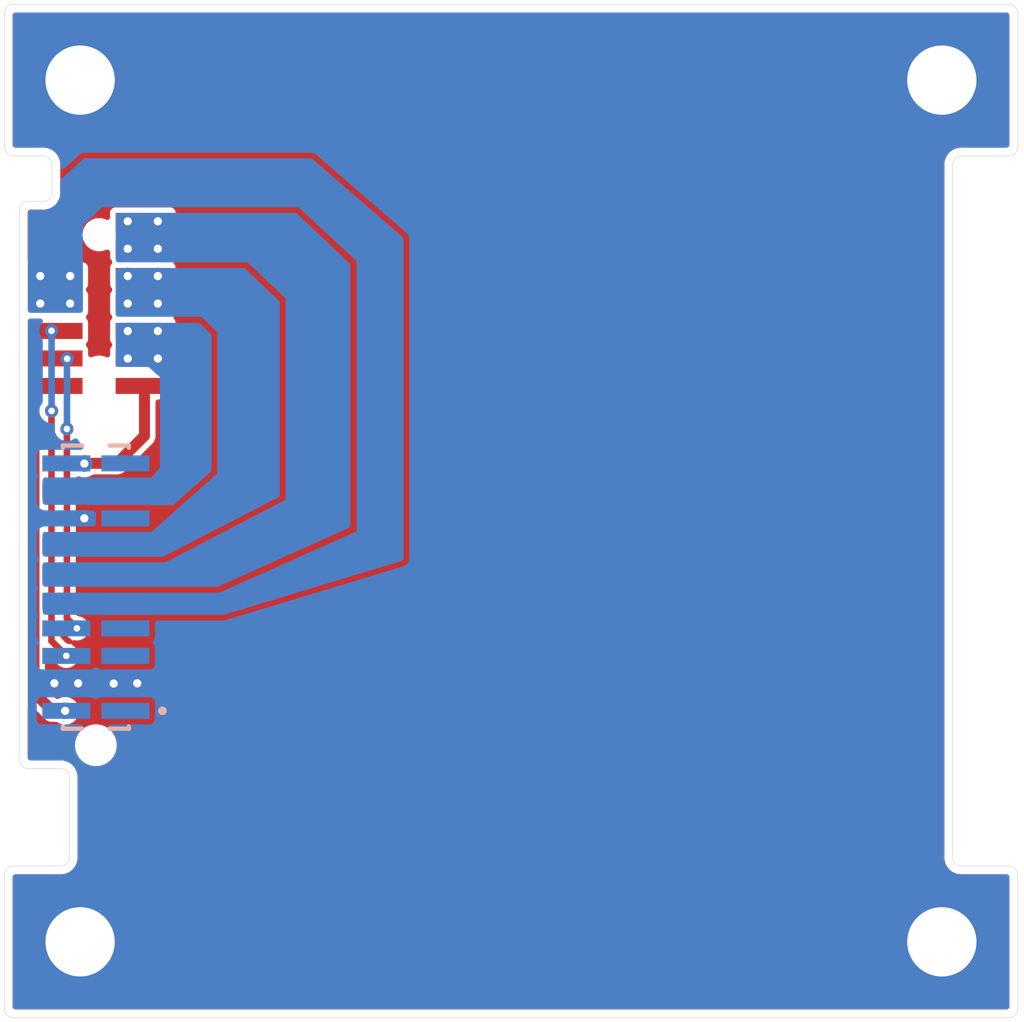
<source format=kicad_pcb>
(kicad_pcb (version 20211014) (generator pcbnew)
  (layers (0 "F.Cu" signal) (31 "B.Cu" signal) (34 "B.Paste" user) (35 "F.Paste" user) (36 "B.SilkS" user "B.Silkscreen") (37 "F.SilkS" user "F.Silkscreen") (38 "B.Mask" user) (39 "F.Mask" user) (44 "Edge.Cuts" user))
  (net 0 "")
  (net 1 "BATT_P_SW")
  (net 2 "BATT_N_SW")
  (net 3 "GND")
  (net 4 "+3V3")
  (net 5 "BATT_P")
  (net 6 "COIL5_N")
  (net 7 "COIL5_P")
  (net 8 "COIL6_N")
  (net 9 "UART_TX")
  (net 10 "SCL1")
  (net 11 "UART_RX")
  (net 12 "SDA1")
  (net 13 "PAYLOAD_EN")
  (net 14 "COIL6_P")
  (footprint "mainboard:MountingHole" (layer "F.Cu") (at 172.6 121.6 -90)
    (fp_text reference "H2" hide)
    (fp_text value "MountingHole_Pad")
    (pad "1" thru_hole circle (at 0 0 270) (size 5 5) (drill 3.2) (layers *.Cu *.Mask) (net 3 "GND"))
  )
  (footprint "mainboard:MountingHole" (layer "F.Cu") (at 132.8 121.6 -90)
    (fp_text reference "H3" hide)
    (fp_text value "MountingHole_Pad")
    (pad "1" thru_hole circle (at -0.000001 0.000011 270) (size 5 5) (drill 3.200001) (layers *.Cu *.Mask) (net 3 "GND"))
  )
  (footprint "batteryboard:SAMTEC-FTS-107-01-X-DV-A" (layer "F.Cu") (at 133.67766 92.11564 -90)
    (fp_text reference "J2" hide)
    (fp_text value "FTS-107-01-L-DV-A")
    (pad "" np_thru_hole circle (at 3.175 0 270) (size 1.02 1.02) (drill 1.02) (layers *.Cu *.Mask))
    (pad "" np_thru_hole circle (at -3.175 0 270) (size 1.02 1.02) (drill 1.02) (layers *.Cu *.Mask))
    (pad "1" smd rect (at -3.81 2.0203 270) (size 0.74 2.5126) (layers "F.Cu" "F.Paste") (net 3 "GND"))
    (pad "2" smd rect (at -3.81 -2.0193 270) (size 0.74 2.5146) (layers "F.Cu" "F.Paste") (net 2 "BATT_N_SW"))
    (pad "3" smd rect (at -2.54 2.0203 270) (size 0.74 2.5126) (layers "F.Cu" "F.Paste") (net 3 "GND"))
    (pad "4" smd rect (at -2.54 -2.0193 270) (size 0.74 2.5146) (layers "F.Cu" "F.Paste") (net 2 "BATT_N_SW"))
    (pad "5" smd rect (at -1.27 2.0203 270) (size 0.74 2.5126) (layers "F.Cu" "F.Paste") (net 4 "+3V3"))
    (pad "6" smd rect (at -1.27 -2.0193 270) (size 0.74 2.5146) (layers "F.Cu" "F.Paste") (net 1 "BATT_P_SW"))
    (pad "7" smd rect (at 0 2.0193 270) (size 0.74 2.5146) (layers "F.Cu" "F.Paste") (net 4 "+3V3"))
    (pad "8" smd rect (at 0 -2.0193 270) (size 0.74 2.5146) (layers "F.Cu" "F.Paste") (net 1 "BATT_P_SW"))
    (pad "9" smd rect (at 1.27 2.0203 270) (size 0.74 2.5126) (layers "F.Cu" "F.Paste") (net 10 "SCL1"))
    (pad "10" smd rect (at 1.27 -2.0193 270) (size 0.74 2.5146) (layers "F.Cu" "F.Paste") (net 5 "BATT_P"))
    (pad "11" smd rect (at 2.54 2.0203 270) (size 0.74 2.5126) (layers "F.Cu" "F.Paste") (net 12 "SDA1"))
    (pad "12" smd rect (at 2.54 -2.0193 270) (size 0.74 2.5146) (layers "F.Cu" "F.Paste") (net 5 "BATT_P"))
    (pad "13" smd rect (at 3.81 2.0203 270) (size 0.74 2.5126) (layers "F.Cu" "F.Paste") (net 7 "COIL5_P"))
    (pad "14" smd rect (at 3.81 -2.0193 270) (size 0.74 2.5146) (layers "F.Cu" "F.Paste") (net 6 "COIL5_N"))
  )
  (footprint "mainboard:MountingHole" (layer "F.Cu") (at 132.8 81.8 -90)
    (fp_text reference "H4" hide)
    (fp_text value "MountingHole_Pad")
    (pad "1" thru_hole circle locked (at 0 0 270) (size 5 5) (drill 3.2) (layers *.Cu *.Mask) (net 3 "GND"))
  )
  (footprint "mainboard:MountingHole" (layer "F.Cu") (at 172.6 81.8 -90)
    (fp_text reference "H1" hide)
    (fp_text value "MountingHole_Pad")
    (pad "1" thru_hole circle (at 0 0 270) (size 5 5) (drill 3.2) (layers *.Cu *.Mask) (net 3 "GND"))
  )
  (footprint "custom-footprints:pycubed_mini_half" (layer "F.Cu") (at 153.1 81.2)
    (fp_text reference "Ref**" hide)
    (fp_text value "Val**" hide)
  )
  (footprint "mainboard:SAMTEC_SFC-110-T2-F-D-A-TR" (layer "B.Cu") (at 133.5278 105.21696 -90)
    (fp_text reference "J1" hide)
    (fp_text value "SFC-110-T2-F-D-A")
    (fp_line (start 6.54 -1.525) (end 6.54 -0.635) (layer "B.SilkS") (width 0.2))
    (fp_line (start -6.54 -1.525) (end -6.435 -1.525) (layer "B.SilkS") (width 0.2))
    (fp_line (start 6.54 1.525) (end 6.54 0.635) (layer "B.SilkS") (width 0.2))
    (fp_line (start -6.54 1.525) (end -6.435 1.525) (layer "B.SilkS") (width 0.2))
    (fp_line (start 6.54 -1.525) (end 6.435 -1.525) (layer "B.SilkS") (width 0.2))
    (fp_line (start -6.54 -1.525) (end -6.54 -0.635) (layer "B.SilkS") (width 0.2))
    (fp_line (start 6.54 1.525) (end 6.435 1.525) (layer "B.SilkS") (width 0.2))
    (fp_line (start -6.54 1.525) (end -6.54 0.635) (layer "B.SilkS") (width 0.2))
    (fp_circle (center 5.715 -3.075) (end 5.815 -3.075) (layer "B.SilkS") (width 0.2) (fill none))
    (pad "" np_thru_hole circle (at 7.305 0 270) (size 1.42 1.42) (drill 1.42) (layers *.Cu *.Mask))
    (pad "" np_thru_hole circle (at -7.305 0 270) (size 1.42 1.42) (drill 1.42) (layers *.Cu *.Mask))
    (pad "1" smd rect (at 5.715 -1.365 270) (size 0.74 2.22) (layers "B.Cu" "B.Paste" "B.Mask") (net 8 "COIL6_N"))
    (pad "2" smd rect (at 5.715 1.365 270) (size 0.74 2.22) (layers "B.Cu" "B.Paste" "B.Mask") (net 7 "COIL5_P"))
    (pad "3" smd rect (at 4.445 -1.365 270) (size 0.74 2.22) (layers "B.Cu" "B.Paste" "B.Mask") (net 3 "GND"))
    (pad "4" smd rect (at 4.445 1.365 270) (size 0.74 2.22) (layers "B.Cu" "B.Paste" "B.Mask") (net 3 "GND"))
    (pad "5" smd rect (at 3.175 -1.365 270) (size 0.74 2.22) (layers "B.Cu" "B.Paste" "B.Mask") (net 9 "UART_TX"))
    (pad "6" smd rect (at 3.175 1.365 270) (size 0.74 2.22) (layers "B.Cu" "B.Paste" "B.Mask") (net 10 "SCL1"))
    (pad "7" smd rect (at 1.905 -1.365 270) (size 0.74 2.22) (layers "B.Cu" "B.Paste" "B.Mask") (net 11 "UART_RX"))
    (pad "8" smd rect (at 1.905 1.365 270) (size 0.74 2.22) (layers "B.Cu" "B.Paste" "B.Mask") (net 12 "SDA1"))
    (pad "9" smd rect (at 0.635 -1.365 270) (size 0.74 2.22) (layers "B.Cu" "B.Paste" "B.Mask") (net 4 "+3V3"))
    (pad "10" smd rect (at 0.635 1.365 270) (size 0.74 2.22) (layers "B.Cu" "B.Paste" "B.Mask") (net 4 "+3V3"))
    (pad "11" smd rect (at -0.635 -1.365 270) (size 0.74 2.22) (layers "B.Cu" "B.Paste" "B.Mask") (net 2 "BATT_N_SW"))
    (pad "12" smd rect (at -0.635 1.365 270) (size 0.74 2.22) (layers "B.Cu" "B.Paste" "B.Mask") (net 2 "BATT_N_SW"))
    (pad "13" smd rect (at -1.905 -1.365 270) (size 0.74 2.22) (layers "B.Cu" "B.Paste" "B.Mask") (net 1 "BATT_P_SW"))
    (pad "14" smd rect (at -1.905 1.365 270) (size 0.74 2.22) (layers "B.Cu" "B.Paste" "B.Mask") (net 1 "BATT_P_SW"))
    (pad "15" smd rect (at -3.175 -1.365 270) (size 0.74 2.22) (layers "B.Cu" "B.Paste" "B.Mask") (net 13 "PAYLOAD_EN"))
    (pad "16" smd rect (at -3.175 1.365 270) (size 0.74 2.22) (layers "B.Cu" "B.Paste" "B.Mask") (net 3 "GND"))
    (pad "17" smd rect (at -4.445 -1.365 270) (size 0.74 2.22) (layers "B.Cu" "B.Paste" "B.Mask") (net 5 "BATT_P"))
    (pad "18" smd rect (at -4.445 1.365 270) (size 0.74 2.22) (layers "B.Cu" "B.Paste" "B.Mask") (net 5 "BATT_P"))
    (pad "19" smd rect (at -5.715 -1.365 270) (size 0.74 2.22) (layers "B.Cu" "B.Paste" "B.Mask") (net 14 "COIL6_P"))
    (pad "20" smd rect (at -5.715 1.365 270) (size 0.74 2.22) (layers "B.Cu" "B.Paste" "B.Mask") (net 6 "COIL5_N"))
  )
  (gr_arc (start 176.099995 124.700007) (mid 175.982838 124.982849) (end 175.699996 125.100006) (layer "Edge.Cuts") (width 0.0254))
  (gr_line (start 175.7 125.1) (end 129.700012 125.100006) (layer "Edge.Cuts") (width 0.0254))
  (gr_line (start 173.5 85.3) (end 175.699996 85.300009) (layer "Edge.Cuts") (width 0.0254))
  (gr_arc (start 131.099995 85.299995) (mid 131.382837 85.417153) (end 131.499995 85.699995) (layer "Edge.Cuts") (width 0.0254))
  (gr_arc (start 130.4 113.599999) (mid 130.117161 113.48284) (end 130 113.2) (layer "Edge.Cuts") (width 0.0254))
  (gr_line (start 131.099995 87.399995) (end 130.4 87.4) (layer "Edge.Cuts") (width 0.0254))
  (gr_line (start 132.300026 117.699993) (end 132.3 114.000001) (layer "Edge.Cuts") (width 0.0254))
  (gr_line (start 129.699995 85.299995) (end 131.099995 85.299995) (layer "Edge.Cuts") (width 0.0254))
  (gr_arc (start 131.499995 86.999995) (mid 131.382839 87.282841) (end 131.099995 87.399995) (layer "Edge.Cuts") (width 0.0254))
  (gr_arc (start 132.300026 117.699993) (mid 132.182871 117.982842) (end 131.900026 118.099993) (layer "Edge.Cuts") (width 0.0254))
  (gr_arc (start 131.900001 113.600001) (mid 132.182848 113.717156) (end 132.3 114.000001) (layer "Edge.Cuts") (width 0.0254))
  (gr_arc (start 129.700012 125.100006) (mid 129.41717 124.982849) (end 129.300013 124.700007) (layer "Edge.Cuts") (width 0.0254))
  (gr_arc (start 129.300013 118.499994) (mid 129.41717 118.217152) (end 129.700012 118.099995) (layer "Edge.Cuts") (width 0.0254))
  (gr_arc (start 173.5 118.099995) (mid 173.217158 117.982837) (end 173.100001 117.699995) (layer "Edge.Cuts") (width 0.0254))
  (gr_line (start 130 113.2) (end 130 87.8) (layer "Edge.Cuts") (width 0.0254))
  (gr_arc (start 176.099995 84.90001) (mid 175.982838 85.182852) (end 175.699996 85.300009) (layer "Edge.Cuts") (width 0.0254))
  (gr_line (start 129.7 118.1) (end 131.900026 118.099993) (layer "Edge.Cuts") (width 0.0254))
  (gr_line (start 131.499995 85.699995) (end 131.499995 86.999995) (layer "Edge.Cuts") (width 0.0254))
  (gr_arc (start 129.699995 85.299995) (mid 129.417152 85.182838) (end 129.299995 84.899995) (layer "Edge.Cuts") (width 0.0254))
  (gr_line (start 130.4 113.599999) (end 131.900001 113.600001) (layer "Edge.Cuts") (width 0.0254))
  (gr_arc (start 130 87.8) (mid 130.117153 87.517153) (end 130.4 87.4) (layer "Edge.Cuts") (width 0.0254))
  (gr_line (start 129.3 118.5) (end 129.300013 124.700007) (layer "Edge.Cuts") (width 0.0254))
  (gr_line (start 176.1 124.7) (end 176.099995 118.499994) (layer "Edge.Cuts") (width 0.0254))
  (gr_arc (start 173.100001 85.700009) (mid 173.217158 85.417167) (end 173.5 85.300009) (layer "Edge.Cuts") (width 0.0254))
  (gr_arc (start 175.699996 78.299998) (mid 175.982838 78.417155) (end 176.099995 78.699997) (layer "Edge.Cuts") (width 0.0254))
  (gr_line (start 173.1 117.7) (end 173.100001 85.700009) (layer "Edge.Cuts") (width 0.0254))
  (gr_arc (start 175.699996 118.099995) (mid 175.982838 118.217152) (end 176.099995 118.499994) (layer "Edge.Cuts") (width 0.0254))
  (gr_line (start 129.299995 84.899995) (end 129.299995 78.699995) (layer "Edge.Cuts") (width 0.0254))
  (gr_line (start 176.099995 84.90001) (end 176.099995 78.699997) (layer "Edge.Cuts") (width 0.0254))
  (gr_arc (start 129.299995 78.699995) (mid 129.417153 78.417153) (end 129.699995 78.299996) (layer "Edge.Cuts") (width 0.0254))
  (gr_line (start 175.699996 78.299998) (end 129.699995 78.299996) (layer "Edge.Cuts") (width 0.0254))
  (gr_line (start 175.7 118.100009) (end 173.5 118.099995) (layer "Edge.Cuts") (width 0.0254))
  (via (at 136.39 90.85) (size 0.762) (drill 0.381) (layers "F.Cu" "B.Cu") (net 1))
  (via (at 135 92.12) (size 0.762) (drill 0.381) (layers "F.Cu" "B.Cu") (net 1))
  (via (at 135 90.85) (size 0.762) (drill 0.381) (layers "F.Cu" "B.Cu") (net 1))
  (via (at 136.39 92.12) (size 0.762) (drill 0.381) (layers "F.Cu" "B.Cu") (net 1))
  (via (at 135 88.32) (size 0.762) (drill 0.381) (layers "F.Cu" "B.Cu") (net 2))
  (via (at 136.39 89.59) (size 0.762) (drill 0.381) (layers "F.Cu" "B.Cu") (net 2))
  (via (at 135 89.59) (size 0.762) (drill 0.381) (layers "F.Cu" "B.Cu") (net 2))
  (via (at 136.39 88.32) (size 0.762) (drill 0.381) (layers "F.Cu" "B.Cu") (net 2))
  (via (at 134.35 109.67) (size 0.762) (drill 0.381) (layers "F.Cu" "B.Cu") (net 3))
  (via (at 132.71 109.66) (size 0.762) (drill 0.381) (layers "F.Cu" "B.Cu") (net 3))
  (via (at 135.44 109.66) (size 0.762) (drill 0.381) (layers "F.Cu" "B.Cu") (net 3))
  (via (at 131.61 109.66) (size 0.762) (drill 0.381) (layers "F.Cu" "B.Cu") (net 3))
  (via (at 132.9959 102.04) (size 0.762) (drill 0.381) (layers "F.Cu" "B.Cu") (net 3))
  (via (at 130.96 90.85) (size 0.762) (drill 0.381) (layers "F.Cu" "B.Cu") (net 4))
  (via (at 132.34 90.85) (size 0.762) (drill 0.381) (layers "F.Cu" "B.Cu") (net 4))
  (via (at 130.96 92.12) (size 0.762) (drill 0.381) (layers "F.Cu" "B.Cu") (net 4))
  (via (at 132.34 92.12) (size 0.762) (drill 0.381) (layers "F.Cu" "B.Cu") (net 4))
  (via (at 135 93.39) (size 0.762) (drill 0.381) (layers "F.Cu" "B.Cu") (net 5))
  (via (at 135 94.66) (size 0.762) (drill 0.381) (layers "F.Cu" "B.Cu") (net 5))
  (via (at 136.39 93.39) (size 0.762) (drill 0.381) (layers "F.Cu" "B.Cu") (net 5))
  (via (at 136.39 94.66) (size 0.762) (drill 0.381) (layers "F.Cu" "B.Cu") (net 5))
  (segment (start 135.77216 98.22784) (end 135.77216 95.92564) (width 0.508) (layer "F.Cu") (net 6))
  (segment (start 133.0059 99.5) (end 134.5 99.5) (width 0.508) (layer "F.Cu") (net 6))
  (segment (start 134.5 99.5) (end 135.77216 98.22784) (width 0.508) (layer "F.Cu") (net 6))
  (segment (start 132.9959 99.51) (end 133.0059 99.5) (width 0.508) (layer "F.Cu") (net 6))
  (via (at 132.9959 99.51) (size 0.762) (drill 0.381) (layers "F.Cu" "B.Cu") (net 6))
  (segment (start 130.67 110.08) (end 130.67 95.92564) (width 0.508) (layer "F.Cu") (net 7))
  (segment (start 131.52 110.93) (end 130.67 110.08) (width 0.508) (layer "F.Cu") (net 7))
  (segment (start 132.11 110.93) (end 131.52 110.93) (width 0.508) (layer "F.Cu") (net 7))
  (segment (start 130.67 95.92564) (end 131.58216 95.92564) (width 0.508) (layer "F.Cu") (net 7))
  (via (at 132.11 110.93) (size 0.762) (drill 0.381) (layers "F.Cu" "B.Cu") (net 7))
  (segment (start 131.4823 97.08) (end 131.4788 97.0835) (width 0.3048) (layer "F.Cu") (net 10))
  (segment (start 131.4788 107.70796) (end 132.1628 108.39196) (width 0.3048) (layer "F.Cu") (net 10))
  (segment (start 131.4788 97.0835) (end 131.4788 107.70796) (width 0.3048) (layer "F.Cu") (net 10))
  (via (at 132.1628 108.39196) (size 0.6096) (drill 0.3048) (layers "F.Cu" "B.Cu") (net 10))
  (via (at 131.48 93.38) (size 0.6096) (drill 0.3048) (layers "F.Cu" "B.Cu") (net 10))
  (via (at 131.4823 97.08) (size 0.6096) (drill 0.3048) (layers "F.Cu" "B.Cu") (net 10))
  (segment (start 131.4823 97.08) (end 131.4823 93.3823) (width 0.3048) (layer "B.Cu") (net 10))
  (segment (start 131.4823 93.3823) (end 131.48 93.38) (width 0.3048) (layer "B.Cu") (net 10))
  (segment (start 132.19 106.66) (end 132.19 97.91) (width 0.3048) (layer "F.Cu") (net 12))
  (segment (start 132.65 107.12) (end 132.19 106.66) (width 0.3048) (layer "F.Cu") (net 12))
  (via (at 132.65 107.12) (size 0.6096) (drill 0.3048) (layers "F.Cu" "B.Cu") (net 12))
  (via (at 132.19 97.91) (size 0.6096) (drill 0.3048) (layers "F.Cu" "B.Cu") (net 12))
  (via (at 132.2 94.67) (size 0.6096) (drill 0.3048) (layers "F.Cu" "B.Cu") (net 12))
  (segment (start 132.2 94.67) (end 132.1935 94.6765) (width 0.3048) (layer "B.Cu") (net 12))
  (segment (start 132.1935 97.9065) (end 132.19 97.91) (width 0.3048) (layer "B.Cu") (net 12))
  (segment (start 132.1935 94.6765) (end 132.1935 97.9065) (width 0.3048) (layer "B.Cu") (net 12))
  (zone (net 3) (net_name "GND") (layer "F.Cu") (connect_pads yes (clearance 0)) (min_thickness 0.254) (fill yes (thermal_gap 0.508) (thermal_bridge_width 0.508))
    (polygon (pts (xy 176.3 125.2) (xy 129.2 125.2) (xy 129.2 78.2) (xy 176.2 78.2)))
  )
  (zone (net 1) (net_name "BATT_P_SW") (layer "B.Cu") (priority 1) (connect_pads yes (clearance 0)) (min_thickness 0.254) (fill yes (thermal_gap 0.508) (thermal_bridge_width 0.508))
    (polygon (pts (xy 140.4 90.48) (xy 142.02 92.03) (xy 142.02 101.03) (xy 136.65 103.81) (xy 131.06 103.81) (xy 131.06 102.67) (xy 136.09 102.67) (xy 139.13 99.97) (xy 139.13 93.43) (xy 138.39 92.73) (xy 134.44 92.73) (xy 134.44 90.48)))
  )
  (zone (net 3) (net_name "GND") (layer "B.Cu") (connect_pads yes (clearance 0)) (min_thickness 0.254) (fill yes (thermal_gap 0.508) (thermal_bridge_width 0.508))
    (polygon (pts (xy 176.4 125.3) (xy 129.1 125.3) (xy 129.1 78.1) (xy 176.3 78.1)))
  )
  (zone (net 4) (net_name "+3V3") (layer "B.Cu") (priority 1) (connect_pads yes (clearance 0)) (min_thickness 0.254) (fill yes (thermal_gap 0.508) (thermal_bridge_width 0.508))
    (polygon (pts (xy 143.5 85.41) (xy 147.74 89.09) (xy 147.74 103.98) (xy 139.42 106.5) (xy 131.07 106.5) (xy 131.07 105.47) (xy 139.24 105.47) (xy 145.57 102.640016) (xy 145.570105 90.16) (xy 142.88 87.67) (xy 133.82 87.67) (xy 132.93 88.51) (xy 132.93 92.55) (xy 130.25 92.55) (xy 130.25 87.93) (xy 132.97 85.41)))
  )
  (zone (net 5) (net_name "BATT_P") (layer "B.Cu") (priority 1) (connect_pads yes (clearance 0)) (min_thickness 0.254) (fill yes (thermal_gap 0.508) (thermal_bridge_width 0.508))
    (polygon (pts (xy 138.87 93.56) (xy 138.87 99.86) (xy 137.1 101.43) (xy 131.0667 101.429585) (xy 131.0667 100.149585) (xy 136.1067 100.149585) (xy 136.4867 99.689585) (xy 136.4867 95.519585) (xy 135.9567 95.049585) (xy 134.4467 95.049585) (xy 134.44 93.01) (xy 138.2967 93.01)))
  )
  (zone (net 2) (net_name "BATT_N_SW") (layer "B.Cu") (priority 1) (connect_pads yes (clearance 0)) (min_thickness 0.254) (fill yes (thermal_gap 0.508) (thermal_bridge_width 0.508))
    (polygon (pts (xy 142.78 87.93) (xy 145.28 90.3) (xy 145.28 102.45) (xy 139.16 105.2) (xy 131.06 105.2) (xy 131.06 104.07) (xy 136.74 104.07) (xy 142.29 101.18) (xy 142.29 91.88) (xy 140.53 90.22) (xy 134.44 90.22) (xy 134.44 87.93)))
  )
)
</source>
